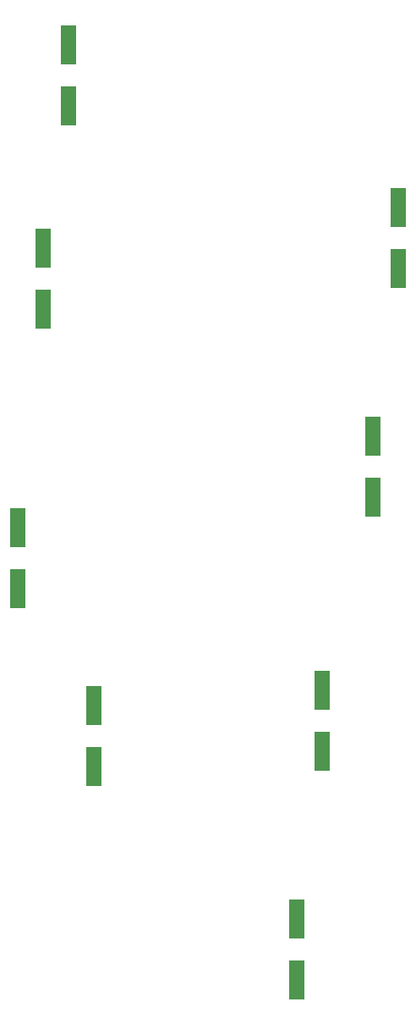
<source format=gbp>
G04 MADE WITH FRITZING*
G04 WWW.FRITZING.ORG*
G04 DOUBLE SIDED*
G04 HOLES PLATED*
G04 CONTOUR ON CENTER OF CONTOUR VECTOR*
%ASAXBY*%
%FSLAX23Y23*%
%MOIN*%
%OFA0B0*%
%SFA1.0B1.0*%
%ADD10R,0.062992X0.157480*%
%ADD11R,0.001000X0.001000*%
%LNPASTEMASK0*%
G90*
G70*
G54D10*
X3094Y2068D03*
X3094Y2308D03*
X1894Y2948D03*
X1894Y2708D03*
X2194Y2248D03*
X2194Y2008D03*
X2994Y1168D03*
X2994Y1408D03*
X1994Y4048D03*
X1994Y3808D03*
X2094Y4848D03*
X2094Y4608D03*
X3294Y3068D03*
X3294Y3308D03*
X3394Y3968D03*
X3394Y4208D03*
G54D11*
D02*
G04 End of PasteMask0*
M02*
</source>
